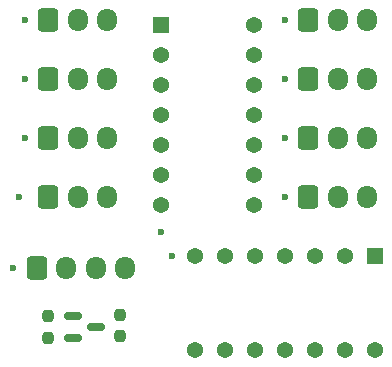
<source format=gts>
G04 #@! TF.GenerationSoftware,KiCad,Pcbnew,8.0.8*
G04 #@! TF.CreationDate,2025-02-07T11:49:10+01:00*
G04 #@! TF.ProjectId,Senzory_gate,53656e7a-6f72-4795-9f67-6174652e6b69,rev?*
G04 #@! TF.SameCoordinates,Original*
G04 #@! TF.FileFunction,Soldermask,Top*
G04 #@! TF.FilePolarity,Negative*
%FSLAX46Y46*%
G04 Gerber Fmt 4.6, Leading zero omitted, Abs format (unit mm)*
G04 Created by KiCad (PCBNEW 8.0.8) date 2025-02-07 11:49:10*
%MOMM*%
%LPD*%
G01*
G04 APERTURE LIST*
G04 Aperture macros list*
%AMRoundRect*
0 Rectangle with rounded corners*
0 $1 Rounding radius*
0 $2 $3 $4 $5 $6 $7 $8 $9 X,Y pos of 4 corners*
0 Add a 4 corners polygon primitive as box body*
4,1,4,$2,$3,$4,$5,$6,$7,$8,$9,$2,$3,0*
0 Add four circle primitives for the rounded corners*
1,1,$1+$1,$2,$3*
1,1,$1+$1,$4,$5*
1,1,$1+$1,$6,$7*
1,1,$1+$1,$8,$9*
0 Add four rect primitives between the rounded corners*
20,1,$1+$1,$2,$3,$4,$5,0*
20,1,$1+$1,$4,$5,$6,$7,0*
20,1,$1+$1,$6,$7,$8,$9,0*
20,1,$1+$1,$8,$9,$2,$3,0*%
G04 Aperture macros list end*
%ADD10RoundRect,0.250000X-0.600000X-0.725000X0.600000X-0.725000X0.600000X0.725000X-0.600000X0.725000X0*%
%ADD11O,1.700000X1.950000*%
%ADD12RoundRect,0.102000X-0.585000X0.585000X-0.585000X-0.585000X0.585000X-0.585000X0.585000X0.585000X0*%
%ADD13C,1.374000*%
%ADD14RoundRect,0.150000X-0.587500X-0.150000X0.587500X-0.150000X0.587500X0.150000X-0.587500X0.150000X0*%
%ADD15RoundRect,0.237500X-0.237500X0.250000X-0.237500X-0.250000X0.237500X-0.250000X0.237500X0.250000X0*%
%ADD16RoundRect,0.102000X-0.585000X-0.585000X0.585000X-0.585000X0.585000X0.585000X-0.585000X0.585000X0*%
%ADD17C,0.600000*%
G04 APERTURE END LIST*
D10*
X104500000Y-53000000D03*
D11*
X107000000Y-53000000D03*
X109500000Y-53000000D03*
D12*
X110120000Y-73030000D03*
D13*
X107580000Y-73030000D03*
X105040000Y-73030000D03*
X102500000Y-73030000D03*
X99960000Y-73030000D03*
X97420000Y-73030000D03*
X94880000Y-73030000D03*
X94880000Y-80970000D03*
X97420000Y-80970000D03*
X99960000Y-80970000D03*
X102500000Y-80970000D03*
X105040000Y-80970000D03*
X107580000Y-80970000D03*
X110120000Y-80970000D03*
D14*
X84625000Y-78050000D03*
X84625000Y-79950000D03*
X86500000Y-79000000D03*
D10*
X104500000Y-68000000D03*
D11*
X107000000Y-68000000D03*
X109500000Y-68000000D03*
D15*
X82500000Y-78087500D03*
X82500000Y-79912500D03*
D10*
X104500000Y-58000000D03*
D11*
X107000000Y-58000000D03*
X109500000Y-58000000D03*
D10*
X82500000Y-53000000D03*
D11*
X85000000Y-53000000D03*
X87500000Y-53000000D03*
D15*
X88550000Y-77962500D03*
X88550000Y-79787500D03*
D10*
X82500000Y-68000000D03*
D11*
X85000000Y-68000000D03*
X87500000Y-68000000D03*
D10*
X81500000Y-74000000D03*
D11*
X84000000Y-74000000D03*
X86500000Y-74000000D03*
X89000000Y-74000000D03*
D10*
X82500000Y-58000000D03*
D11*
X85000000Y-58000000D03*
X87500000Y-58000000D03*
D10*
X104500000Y-63000000D03*
D11*
X107000000Y-63000000D03*
X109500000Y-63000000D03*
D16*
X92000000Y-53460000D03*
D13*
X92000000Y-56000000D03*
X92000000Y-58540000D03*
X92000000Y-61080000D03*
X92000000Y-63620000D03*
X92000000Y-66160000D03*
X92000000Y-68700000D03*
X99940000Y-68700000D03*
X99940000Y-66160000D03*
X99940000Y-63620000D03*
X99940000Y-61080000D03*
X99940000Y-58540000D03*
X99940000Y-56000000D03*
X99940000Y-53460000D03*
D10*
X82500000Y-63000000D03*
D11*
X85000000Y-63000000D03*
X87500000Y-63000000D03*
D17*
X80000000Y-68000000D03*
X102500000Y-58000000D03*
X79500000Y-74000000D03*
X80500000Y-58000000D03*
X102500000Y-68000000D03*
X92000000Y-71000000D03*
X102500000Y-53000000D03*
X80500000Y-53000000D03*
X80500000Y-63000000D03*
X102500000Y-63000000D03*
X93000000Y-73000000D03*
M02*

</source>
